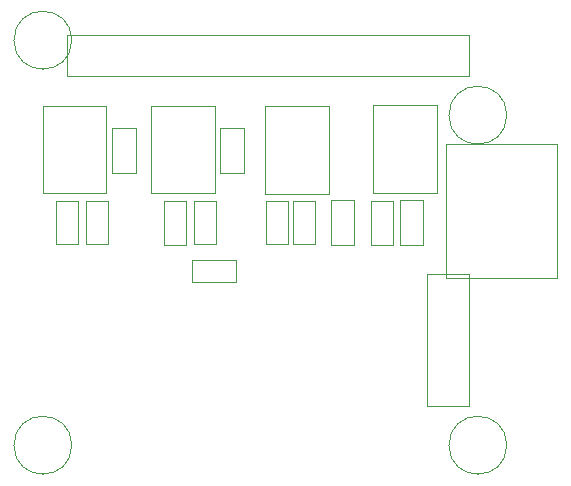
<source format=gbr>
G04 #@! TF.GenerationSoftware,KiCad,Pcbnew,8.0.1*
G04 #@! TF.CreationDate,2024-07-15T10:08:49+02:00*
G04 #@! TF.ProjectId,RGB 2x2 with WS2811,52474220-3278-4322-9077-697468205753,rev?*
G04 #@! TF.SameCoordinates,Original*
G04 #@! TF.FileFunction,Other,User*
%FSLAX46Y46*%
G04 Gerber Fmt 4.6, Leading zero omitted, Abs format (unit mm)*
G04 Created by KiCad (PCBNEW 8.0.1) date 2024-07-15 10:08:49*
%MOMM*%
%LPD*%
G01*
G04 APERTURE LIST*
%ADD10C,0.050000*%
G04 APERTURE END LIST*
D10*
G04 #@! TO.C,C4*
X126037268Y-46184991D02*
X127997268Y-46184991D01*
X126037268Y-49944991D02*
X126037268Y-46184991D01*
X127997268Y-46184991D02*
X127997268Y-49944991D01*
X127997268Y-49944991D02*
X126037268Y-49944991D01*
G04 #@! TO.C,J1*
X152683269Y-58530489D02*
X156233269Y-58530489D01*
X152683269Y-69730489D02*
X152683269Y-58530489D01*
X156233269Y-58530489D02*
X156233269Y-69730489D01*
X156233269Y-69730489D02*
X152683269Y-69730489D01*
G04 #@! TO.C,C2*
X144563268Y-52280991D02*
X146523268Y-52280991D01*
X144563268Y-56040991D02*
X144563268Y-52280991D01*
X146523268Y-52280991D02*
X146523268Y-56040991D01*
X146523268Y-56040991D02*
X144563268Y-56040991D01*
G04 #@! TO.C,C1*
X135181268Y-46184991D02*
X137141268Y-46184991D01*
X135181268Y-49944991D02*
X135181268Y-46184991D01*
X137141268Y-46184991D02*
X137141268Y-49944991D01*
X137141268Y-49944991D02*
X135181268Y-49944991D01*
G04 #@! TO.C,R6*
X141291268Y-52310991D02*
X143191268Y-52310991D01*
X141291268Y-56010991D02*
X141291268Y-52310991D01*
X143191268Y-52310991D02*
X143191268Y-56010991D01*
X143191268Y-56010991D02*
X141291268Y-56010991D01*
G04 #@! TO.C,R2*
X139005268Y-52310991D02*
X140905268Y-52310991D01*
X139005268Y-56010991D02*
X139005268Y-52310991D01*
X140905268Y-52310991D02*
X140905268Y-56010991D01*
X140905268Y-56010991D02*
X139005268Y-56010991D01*
G04 #@! TO.C,R4*
X121241268Y-52294991D02*
X123141268Y-52294991D01*
X121241268Y-55994991D02*
X121241268Y-52294991D01*
X123141268Y-52294991D02*
X123141268Y-55994991D01*
X123141268Y-55994991D02*
X121241268Y-55994991D01*
G04 #@! TO.C,R1*
X147895268Y-52348491D02*
X149795268Y-52348491D01*
X147895268Y-56048491D02*
X147895268Y-52348491D01*
X149795268Y-52348491D02*
X149795268Y-56048491D01*
X149795268Y-56048491D02*
X147895268Y-56048491D01*
G04 #@! TO.C,U3*
X138982268Y-44319491D02*
X138982268Y-51719491D01*
X138982268Y-51719491D02*
X144382268Y-51719491D01*
X144382268Y-44319491D02*
X138982268Y-44319491D01*
X144382268Y-51719491D02*
X144382268Y-44319491D01*
G04 #@! TO.C,REF\u002A\u002A*
X159423270Y-45070490D02*
G75*
G02*
X154523268Y-45070490I-2450001J0D01*
G01*
X154523268Y-45070490D02*
G75*
G02*
X159423270Y-45070490I2450001J0D01*
G01*
G04 #@! TO.C,U2*
X148126268Y-44231491D02*
X148126268Y-51631491D01*
X148126268Y-51631491D02*
X153526268Y-51631491D01*
X153526268Y-44231491D02*
X148126268Y-44231491D01*
X153526268Y-51631491D02*
X153526268Y-44231491D01*
G04 #@! TO.C,R7*
X132909268Y-52310991D02*
X134809268Y-52310991D01*
X132909268Y-56010991D02*
X132909268Y-52310991D01*
X134809268Y-52310991D02*
X134809268Y-56010991D01*
X134809268Y-56010991D02*
X132909268Y-56010991D01*
G04 #@! TO.C,J2*
X122153269Y-38240490D02*
X156203269Y-38240490D01*
X122153269Y-41790490D02*
X122153269Y-38240490D01*
X156203269Y-38240490D02*
X156203269Y-41790490D01*
X156203269Y-41790490D02*
X122153269Y-41790490D01*
G04 #@! TO.C,R5*
X132771268Y-57328491D02*
X136471268Y-57328491D01*
X132771268Y-59228491D02*
X132771268Y-57328491D01*
X136471268Y-57328491D02*
X136471268Y-59228491D01*
X136471268Y-59228491D02*
X132771268Y-59228491D01*
G04 #@! TO.C,REF\u002A\u002A*
X159423269Y-73010490D02*
G75*
G02*
X154523267Y-73010490I-2450001J0D01*
G01*
X154523267Y-73010490D02*
G75*
G02*
X159423269Y-73010490I2450001J0D01*
G01*
G04 #@! TO.C,U4*
X129330268Y-44297991D02*
X129330268Y-51697991D01*
X129330268Y-51697991D02*
X134730268Y-51697991D01*
X134730268Y-44297991D02*
X129330268Y-44297991D01*
X134730268Y-51697991D02*
X134730268Y-44297991D01*
G04 #@! TO.C,R8*
X123765268Y-52310991D02*
X125665268Y-52310991D01*
X123765268Y-56010991D02*
X123765268Y-52310991D01*
X125665268Y-52310991D02*
X125665268Y-56010991D01*
X125665268Y-56010991D02*
X123765268Y-56010991D01*
G04 #@! TO.C,SW1*
X154305268Y-47498491D02*
X163705268Y-47498491D01*
X154305268Y-58898491D02*
X154305268Y-47498491D01*
X163705268Y-47498491D02*
X163705268Y-58898492D01*
X163705268Y-58898492D02*
X154305268Y-58898491D01*
G04 #@! TO.C,REF\u002A\u002A*
X122593269Y-73010489D02*
G75*
G02*
X117693267Y-73010489I-2450001J0D01*
G01*
X117693267Y-73010489D02*
G75*
G02*
X122593269Y-73010489I2450001J0D01*
G01*
G04 #@! TO.C,C3*
X150405268Y-52280991D02*
X152365268Y-52280991D01*
X150405268Y-56040991D02*
X150405268Y-52280991D01*
X152365268Y-52280991D02*
X152365268Y-56040991D01*
X152365268Y-56040991D02*
X150405268Y-56040991D01*
G04 #@! TO.C,R3*
X130369268Y-52326991D02*
X132269268Y-52326991D01*
X130369268Y-56026991D02*
X130369268Y-52326991D01*
X132269268Y-52326991D02*
X132269268Y-56026991D01*
X132269268Y-56026991D02*
X130369268Y-56026991D01*
G04 #@! TO.C,U5*
X120126268Y-44278491D02*
X120126268Y-51678491D01*
X120126268Y-51678491D02*
X125526268Y-51678491D01*
X125526268Y-44278491D02*
X120126268Y-44278491D01*
X125526268Y-51678491D02*
X125526268Y-44278491D01*
G04 #@! TO.C,REF\u002A\u002A*
X122593269Y-38720490D02*
G75*
G02*
X117693267Y-38720490I-2450001J0D01*
G01*
X117693267Y-38720490D02*
G75*
G02*
X122593269Y-38720490I2450001J0D01*
G01*
G04 #@! TD*
M02*

</source>
